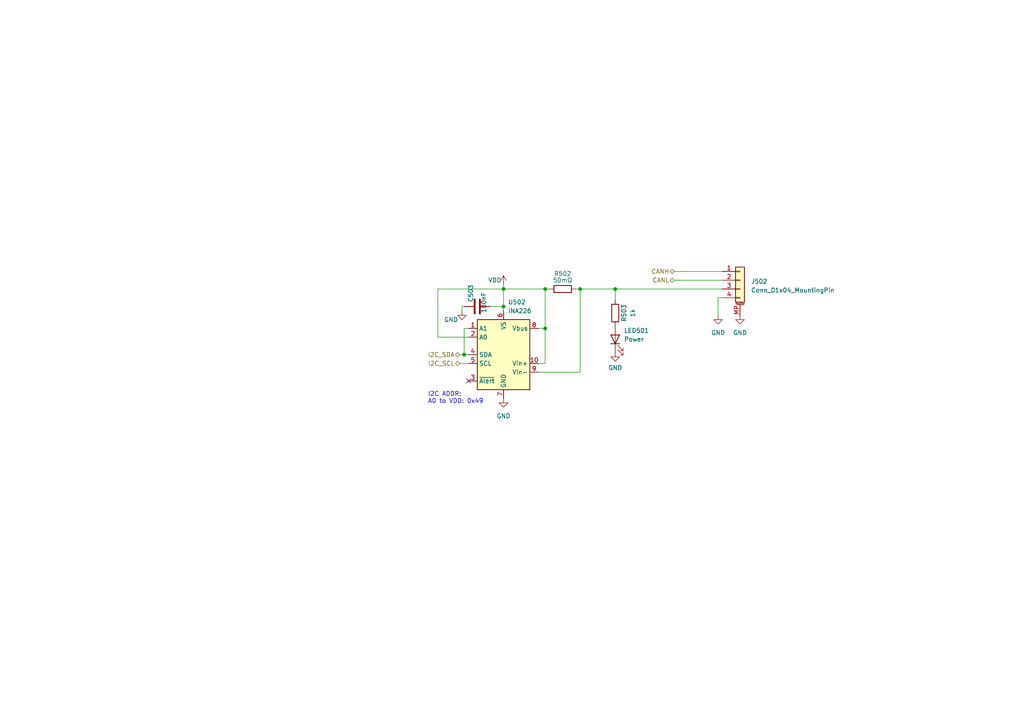
<source format=kicad_sch>
(kicad_sch (version 20250114) (generator "eeschema") (generator_version "9.0")
  (paper "A4")
  (lib_symbols
    (symbol "Connector_Generic_MountingPin:Conn_01x04_MountingPin" (pin_names (offset 1.016) (hide yes))
      (property "Reference" "J" (at 0 5.08 0))
      (property "Value" "Conn_01x04_MountingPin" (at 1.27 -7.62 0))
      (symbol "Conn_01x04_MountingPin_1_1"
        (rectangle (start -1.27 3.81) (end 1.27 -6.35) (stroke (width 0.254)) (fill (type background)))
        (rectangle (start -1.27 2.667) (end 0 2.413) (stroke (width 0.1524)))
        (rectangle (start -1.27 0.127) (end 0 -0.127) (stroke (width 0.1524)))
        (rectangle (start -1.27 -2.413) (end 0 -2.667) (stroke (width 0.1524)))
        (rectangle (start -1.27 -4.953) (end 0 -5.207) (stroke (width 0.1524)))
        (polyline (pts (xy -1.016 -7.112) (xy 1.016 -7.112)) (stroke (width 0.1524)))
        (text "Mounting" (at 0 -6.731 0) (effects (font (size 0.381 0.381))))
        (pin passive line (at -5.08 2.54 0) (length 3.81) (name "Pin_1") (number "1"))
        (pin passive line (at -5.08 0 0) (length 3.81) (name "Pin_2") (number "2"))
        (pin passive line (at -5.08 -2.54 0) (length 3.81) (name "Pin_3") (number "3"))
        (pin passive line (at -5.08 -5.08 0) (length 3.81) (name "Pin_4") (number "4"))
        (pin passive line (at 0 -10.16 90) (length 3.048) (name "MountPin") (number "MP"))
      )
    )
    (symbol "Device:C" (pin_numbers (hide yes)) (pin_names (offset 0.254))
      (property "Reference" "C" (at 0.635 2.54 0))
      (property "Value" "C" (at 0.635 -2.54 0))
      (symbol "C_0_1"
        (polyline (pts (xy -2.032 0.762) (xy 2.032 0.762)) (stroke (width 0.508)))
        (polyline (pts (xy -2.032 -0.762) (xy 2.032 -0.762)) (stroke (width 0.508)))
      )
      (symbol "C_1_1"
        (pin passive line (at 0 3.81 270) (length 2.794) (name "~") (number "1"))
        (pin passive line (at 0 -3.81 90) (length 2.794) (name "~") (number "2"))
      )
    )
    (symbol "Device:LED" (pin_numbers (hide yes)) (pin_names (offset 1.016) (hide yes))
      (property "Reference" "D" (at 0 2.54 0))
      (property "Value" "LED" (at 0 -2.54 0))
      (symbol "LED_0_1"
        (polyline (pts (xy -3.048 -0.762) (xy -4.572 -2.286) (xy -3.81 -2.286) (xy -4.572 -2.286) (xy -4.572 -1.524)))
        (polyline (pts (xy -1.778 -0.762) (xy -3.302 -2.286) (xy -2.54 -2.286) (xy -3.302 -2.286) (xy -3.302 -1.524)))
        (polyline (pts (xy -1.27 0) (xy 1.27 0)))
        (polyline (pts (xy -1.27 -1.27) (xy -1.27 1.27)) (stroke (width 0.254)))
        (polyline (pts (xy 1.27 -1.27) (xy 1.27 1.27) (xy -1.27 0) (xy 1.27 -1.27)) (stroke (width 0.254)))
      )
      (symbol "LED_1_1"
        (pin passive line (at -3.81 0 0) (length 2.54) (name "K") (number "1"))
        (pin passive line (at 3.81 0 180) (length 2.54) (name "A") (number "2"))
      )
    )
    (symbol "Device:R" (pin_numbers (hide yes)) (pin_names (offset 0))
      (property "Reference" "R" (at 2.032 0 90))
      (property "Value" "R" (at 0 0 90))
      (symbol "R_0_1"
        (rectangle (start -1.016 -2.54) (end 1.016 2.54) (stroke (width 0.254)))
      )
      (symbol "R_1_1"
        (pin passive line (at 0 3.81 270) (length 1.27) (name "~") (number "1"))
        (pin passive line (at 0 -3.81 90) (length 1.27) (name "~") (number "2"))
      )
    )
    (symbol "Sensor_Energy:INA226"
      (property "Reference" "U" (at -6.35 11.43 0))
      (property "Value" "INA226" (at 3.81 11.43 0))
      (symbol "INA226_0_1"
        (rectangle (start 7.62 10.16) (end -7.62 -10.16) (stroke (width 0.254)) (fill (type background)))
      )
      (symbol "INA226_1_1"
        (pin input line (at -10.16 7.62 0) (length 2.54) (name "Vbus") (number "8"))
        (pin input line (at -10.16 -2.54 0) (length 2.54) (name "Vin+") (number "10"))
        (pin input line (at -10.16 -5.08 0) (length 2.54) (name "Vin-") (number "9"))
        (pin power_in line (at 0 12.7 270) (length 2.54) (name "VS") (number "6"))
        (pin power_in line (at 0 -12.7 90) (length 2.54) (name "GND") (number "7"))
        (pin input line (at 10.16 7.62 180) (length 2.54) (name "A1") (number "1"))
        (pin input line (at 10.16 5.08 180) (length 2.54) (name "A0") (number "2"))
        (pin bidirectional line (at 10.16 0 180) (length 2.54) (name "SDA") (number "4"))
        (pin input line (at 10.16 -2.54 180) (length 2.54) (name "SCL") (number "5"))
        (pin open_collector line (at 10.16 -7.62 180) (length 2.54) (name "~{Alert}") (number "3"))
      )
    )
    (symbol "power:GND" (power) (pin_names (offset 0))
      (property "Value" "GND" (at 0 -3.81 0))
      (symbol "GND_0_1"
        (polyline (pts (xy 0 0) (xy 0 -1.27) (xy 1.27 -1.27) (xy 0 -2.54) (xy -1.27 -1.27) (xy 0 -1.27)))
      )
      (symbol "GND_1_1"
        (pin power_in line (at 0 0 270) (length 0) (hide yes) (name "GND") (number "1"))
      )
    )
    (symbol "power:VDD" (power) (pin_names (offset 0))
      (property "Value" "VDD" (at 0 3.81 0))
      (symbol "VDD_0_1"
        (polyline (pts (xy -0.762 1.27) (xy 0 2.54)))
        (polyline (pts (xy 0 2.54) (xy 0.762 1.27)))
        (polyline (pts (xy 0 0) (xy 0 2.54)))
      )
      (symbol "VDD_1_1"
        (pin power_in line (at 0 0 90) (length 0) (hide yes) (name "VDD") (number "1"))
      )
    )
  )
  (text "I2C ADDR: \nA0 to VDD: 0x49\n" (at 124.0936 117.2013 0) (effects (font (size 1.27 1.27)) (justify left bottom)))
  (junction (at 158.115 95.25))
  (junction (at 134.62 102.87))
  (junction (at 158.115 83.82))
  (junction (at 178.435 83.82))
  (junction (at 146.05 83.82))
  (junction (at 146.05 88.9))
  (junction (at 168.275 83.82))
  (no_connect (at 135.89 110.49))
  (wire (pts (xy 158.115 95.25) (xy 158.115 105.41)))
  (wire (pts (xy 146.05 82.55) (xy 146.05 83.82)))
  (wire (pts (xy 156.21 105.41) (xy 158.115 105.41)))
  (wire (pts (xy 158.115 83.82) (xy 159.385 83.82)))
  (wire (pts (xy 142.24 88.9) (xy 146.05 88.9)))
  (wire (pts (xy 127 97.79) (xy 127 83.82)))
  (wire (pts (xy 178.435 83.82) (xy 178.435 86.995)))
  (wire (pts (xy 208.28 86.36) (xy 208.28 91.44)))
  (wire (pts (xy 195.58 81.28) (xy 209.55 81.28)))
  (wire (pts (xy 168.275 83.82) (xy 178.435 83.82)))
  (wire (pts (xy 209.55 86.36) (xy 208.28 86.36)))
  (wire (pts (xy 178.435 83.82) (xy 209.55 83.82)))
  (wire (pts (xy 127 83.82) (xy 146.05 83.82)))
  (wire (pts (xy 133.35 102.87) (xy 134.62 102.87)))
  (wire (pts (xy 167.005 83.82) (xy 168.275 83.82)))
  (wire (pts (xy 133.35 105.41) (xy 135.89 105.41)))
  (wire (pts (xy 158.115 83.82) (xy 158.115 95.25)))
  (wire (pts (xy 168.275 83.82) (xy 168.275 107.95)))
  (wire (pts (xy 146.05 88.9) (xy 146.05 90.17)))
  (wire (pts (xy 156.21 95.25) (xy 158.115 95.25)))
  (wire (pts (xy 135.89 95.25) (xy 134.62 95.25)))
  (wire (pts (xy 133.985 88.9) (xy 133.985 90.17)))
  (wire (pts (xy 134.62 95.25) (xy 134.62 102.87)))
  (wire (pts (xy 127 97.79) (xy 135.89 97.79)))
  (wire (pts (xy 156.21 107.95) (xy 168.275 107.95)))
  (wire (pts (xy 146.05 83.82) (xy 158.115 83.82)))
  (wire (pts (xy 134.62 102.87) (xy 135.89 102.87)))
  (wire (pts (xy 133.985 88.9) (xy 134.62 88.9)))
  (wire (pts (xy 195.58 78.74) (xy 209.55 78.74)))
  (wire (pts (xy 146.05 83.82) (xy 146.05 88.9)))
  (hierarchical_label "I2C_SDA" (shape bidirectional) (at 133.35 102.87 180))
  (hierarchical_label "I2C_SCL" (shape bidirectional) (at 133.35 105.41 180))
  (hierarchical_label "CANH" (shape bidirectional) (at 195.58 78.74 180))
  (hierarchical_label "CANL" (shape bidirectional) (at 195.58 81.28 180))
  (symbol (lib_id "Device:LED") (at 178.435 98.425 90) (unit 1)
    (property "Reference" "LED501" (at 180.975 95.885 90) (effects (justify right)))
    (property "Value" "Power" (at 180.975 98.425 90) (effects (justify right)))
    (property "Footprint" "LED_SMD:LED_0603_1608Metric" (effects (hide yes)))
    (property "LCSC" "C2297" (effects (hide yes)))
  )
  (symbol (lib_id "power:GND") (at 208.28 91.44 0) (unit 1)
    (property "Reference" "#PWR0508" (effects (hide yes)))
    (property "Value" "GND" (at 208.28 96.52 0))
  )
  (symbol (lib_id "power:GND") (at 178.435 102.235 0) (unit 1)
    (property "Reference" "#PWR0507" (effects (hide yes)))
    (property "Value" "GND" (at 178.435 106.68 0))
  )
  (symbol (lib_id "Device:C") (at 138.43 88.9 90) (unit 1)
    (property "Reference" "C503" (at 136.525 87.63 0) (effects (justify left)))
    (property "Value" "100nF" (at 140.335 90.805 0) (effects (justify left)))
    (property "Footprint" "Capacitor_SMD:C_0402_1005Metric" (effects (hide yes)))
    (property "LCSC" "C1525" (effects (hide yes)))
  )
  (symbol (lib_id "Sensor_Energy:INA226") (at 146.05 102.87 0) (mirror y) (unit 1)
    (property "Reference" "U502" (at 147.32 87.63 0) (effects (justify right)))
    (property "Value" "INA226" (at 147.32 90.17 0) (effects (justify right)))
    (property "Footprint" "Package_SO:VSSOP-10_3x3mm_P0.5mm" (effects (hide yes)))
    (property "Datasheet" "http://www.ti.com/lit/ds/symlink/ina226.pdf" (effects (hide yes)))
    (property "LCSC" "C49851" (effects (hide yes)))
  )
  (symbol (lib_id "Connector_Generic_MountingPin:Conn_01x04_MountingPin") (at 214.63 81.28 0) (unit 1)
    (property "Reference" "J502" (at 217.805 81.6356 0) (effects (justify left)))
    (property "Value" "Conn_01x04_MountingPin" (at 217.805 84.1756 0) (effects (justify left)))
    (property "Footprint" "WOBCLibrary:Grove_4P_L_SMD" (effects (hide yes)))
  )
  (symbol (lib_id "power:GND") (at 146.05 115.57 0) (unit 1)
    (property "Reference" "#PWR0506" (effects (hide yes)))
    (property "Value" "GND" (at 146.05 120.65 0))
  )
  (symbol (lib_id "power:GND") (at 214.63 91.44 0) (unit 1)
    (property "Reference" "#PWR0509" (effects (hide yes)))
    (property "Value" "GND" (at 214.63 96.52 0))
  )
  (symbol (lib_id "power:VDD") (at 146.05 82.55 0) (unit 1)
    (property "Reference" "#PWR0505" (effects (hide yes)))
    (property "Value" "VDD" (at 143.51 81.28 0))
  )
  (symbol (lib_id "Device:R") (at 163.195 83.82 90) (unit 1)
    (property "Reference" "R502" (at 163.195 79.375 90))
    (property "Value" "50mΩ" (at 163.195 81.28 90))
    (property "Footprint" "Resistor_SMD:R_0805_2012Metric" (effects (hide yes)))
    (property "LCSC" "C247602" (effects (hide yes)))
  )
  (symbol (lib_id "power:GND") (at 133.985 90.17 0) (unit 1)
    (property "Reference" "#PWR0504" (effects (hide yes)))
    (property "Value" "GND" (at 130.81 92.71 0))
  )
  (symbol (lib_id "Device:R") (at 178.435 90.805 180) (unit 1)
    (property "Reference" "R503" (at 180.975 90.805 90))
    (property "Value" "1k" (at 183.515 90.805 90))
    (property "Footprint" "Resistor_SMD:R_0402_1005Metric" (effects (hide yes)))
    (property "LCSC" "C11702" (effects (hide yes)))
  )
)
</source>
